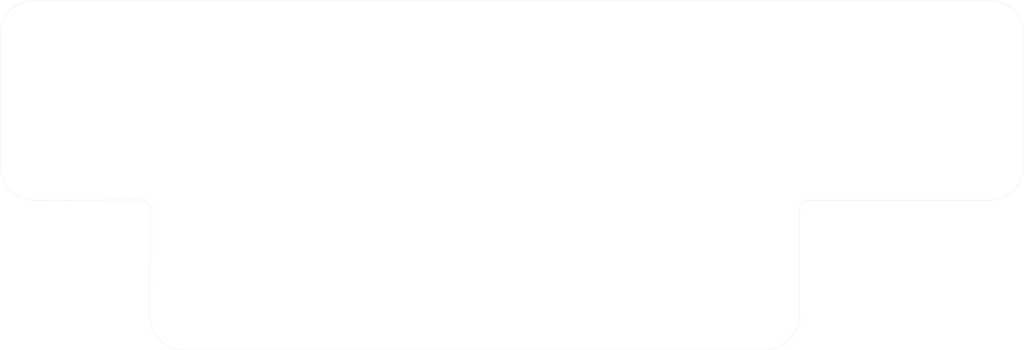
<source format=kicad_pcb>
(kicad_pcb (version 20210228) (generator pcbnew)

  (general
    (thickness 1.6)
  )

  (paper "A4")
  (layers
    (0 "F.Cu" signal)
    (31 "B.Cu" signal)
    (32 "B.Adhes" user "B.Adhesive")
    (33 "F.Adhes" user "F.Adhesive")
    (34 "B.Paste" user)
    (35 "F.Paste" user)
    (36 "B.SilkS" user "B.Silkscreen")
    (37 "F.SilkS" user "F.Silkscreen")
    (38 "B.Mask" user)
    (39 "F.Mask" user)
    (40 "Dwgs.User" user "User.Drawings")
    (41 "Cmts.User" user "User.Comments")
    (42 "Eco1.User" user "User.Eco1")
    (43 "Eco2.User" user "User.Eco2")
    (44 "Edge.Cuts" user)
    (45 "Margin" user)
    (46 "B.CrtYd" user "B.Courtyard")
    (47 "F.CrtYd" user "F.Courtyard")
    (48 "B.Fab" user)
    (49 "F.Fab" user)
  )

  (setup
    (pad_to_mask_clearance 0)
    (pcbplotparams
      (layerselection 0x00010f0_ffffffff)
      (disableapertmacros false)
      (usegerberextensions true)
      (usegerberattributes false)
      (usegerberadvancedattributes false)
      (creategerberjobfile false)
      (svguseinch false)
      (svgprecision 6)
      (excludeedgelayer true)
      (plotframeref false)
      (viasonmask false)
      (mode 1)
      (useauxorigin false)
      (hpglpennumber 1)
      (hpglpenspeed 20)
      (hpglpendiameter 15.000000)
      (dxfpolygonmode true)
      (dxfimperialunits true)
      (dxfusepcbnewfont true)
      (psnegative false)
      (psa4output false)
      (plotreference true)
      (plotvalue true)
      (plotinvisibletext false)
      (sketchpadsonfab false)
      (subtractmaskfromsilk true)
      (outputformat 1)
      (mirror false)
      (drillshape 0)
      (scaleselection 1)
      (outputdirectory "Gerbers/")
    )
  )


  (net 0 "")

  (gr_line (start 59.38125 134.14375) (end 59.53125 107.15625) (layer "Edge.Cuts") (width 0.05) (tstamp 1a772004-d76e-47cc-a827-154c065b0f13))
  (gr_arc (start 273.05 62.70625) (end 281.93125 62.70625) (angle -90) (layer "Edge.Cuts") (width 0.05) (tstamp 1b8a67ca-0b6f-4ff0-a00d-3e7c744ba0e0))
  (gr_line (start 215.9 143.025) (end 68.2625 143.025) (layer "Edge.Cuts") (width 0.05) (tstamp 207223ed-b2d9-4a5d-a268-1c3a77417583))
  (gr_line (start 281.93125 62.70625) (end 281.93125 96.04375) (layer "Edge.Cuts") (width 0.05) (tstamp 295cbff8-ffd7-4abd-b9fc-5e27cee97f47))
  (gr_arc (start 30.1625 62.70625) (end 30.1625 53.825) (angle -90) (layer "Edge.Cuts") (width 0.05) (tstamp 362b3b74-a474-46b7-9036-565bd360fa5e))
  (gr_arc (start 30.1625 96.04375) (end 21.28125 96.04375) (angle -90) (layer "Edge.Cuts") (width 0.05) (tstamp 501c0227-1dc1-4d56-a351-ff5199f43efc))
  (gr_line (start 224.78125 134.14375) (end 224.78125 107.15625) (layer "Edge.Cuts") (width 0.05) (tstamp 5a3e3e80-673f-42dd-9e5e-72b840e0235b))
  (gr_line (start 30.1625 53.825) (end 273.05 53.825) (layer "Edge.Cuts") (width 0.05) (tstamp 7548be58-8737-447c-9927-98301b777fe5))
  (gr_arc (start 57.15 107.15625) (end 59.53125 107.15625) (angle -90) (layer "Edge.Cuts") (width 0.05) (tstamp 7635c43f-511d-4a30-b872-52d7ddc972c8))
  (gr_arc (start 227.0125 107.15625) (end 227.0125 104.925) (angle -90) (layer "Edge.Cuts") (width 0.05) (tstamp 82e12ca0-79e7-4a64-98fd-90e1b9758c23))
  (gr_line (start 21.28125 96.04375) (end 21.28125 62.70625) (layer "Edge.Cuts") (width 0.05) (tstamp 87fe9c2f-d7c7-4d16-9dfa-44eedd538bb4))
  (gr_arc (start 215.9 134.14375) (end 215.9 143.025) (angle -90) (layer "Edge.Cuts") (width 0.05) (tstamp a99b6f87-2780-4753-a5e2-1f43c87b8713))
  (gr_arc (start 68.2625 134.14375) (end 59.38125 134.14375) (angle -90) (layer "Edge.Cuts") (width 0.05) (tstamp daedc2d6-c4dc-4009-b574-c9f601a67f4c))
  (gr_line (start 57.15 104.775) (end 30.1625 104.925) (layer "Edge.Cuts") (width 0.05) (tstamp e1280cc0-0435-4e15-aa0c-cee8a7d20a38))
  (gr_arc (start 273.05 96.04375) (end 273.05 104.925) (angle -90) (layer "Edge.Cuts") (width 0.05) (tstamp e6619ca0-3ada-4723-98dc-25ff85db34ef))
  (gr_line (start 273.05 104.925) (end 227.0125 104.925) (layer "Edge.Cuts") (width 0.05) (tstamp f8577aec-c13c-4c80-9a0e-e36ac53adbc9))

)

</source>
